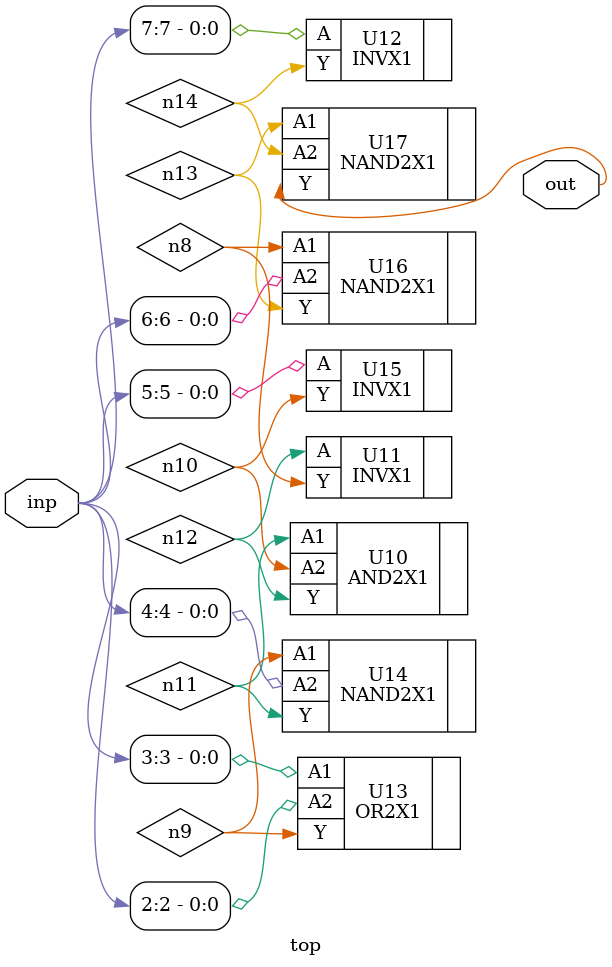
<source format=sv>


module top ( inp, out );
  input [7:0] inp;
  output out;
  wire   n8, n9, n10, n11, n12, n13, n14;

  AND2X1 U10 ( .A1(n11), .A2(n10), .Y(n12) );
  INVX1 U11 ( .A(n12), .Y(n8) );
  INVX1 U12 ( .A(inp[7]), .Y(n14) );
  OR2X1 U13 ( .A1(inp[3]), .A2(inp[2]), .Y(n9) );
  NAND2X1 U14 ( .A1(n9), .A2(inp[4]), .Y(n11) );
  INVX1 U15 ( .A(inp[5]), .Y(n10) );
  NAND2X1 U16 ( .A1(n8), .A2(inp[6]), .Y(n13) );
  NAND2X1 U17 ( .A1(n13), .A2(n14), .Y(out) );
endmodule


</source>
